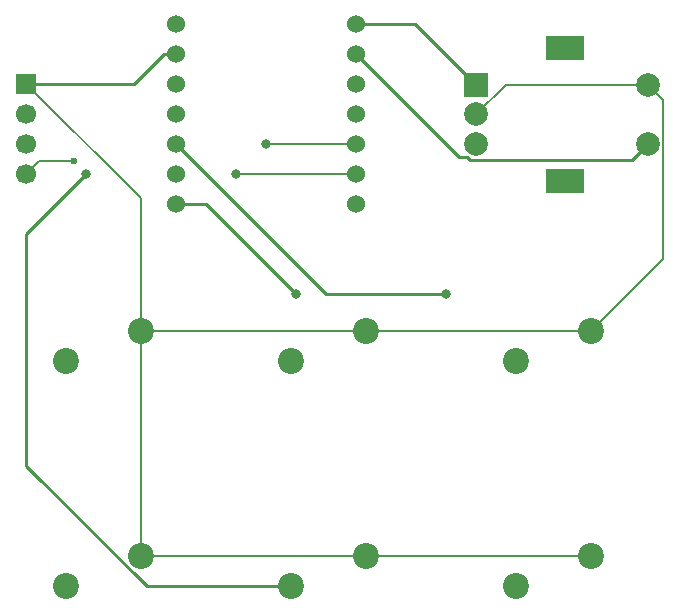
<source format=gtl>
%TF.GenerationSoftware,KiCad,Pcbnew,9.0.6*%
%TF.CreationDate,2025-12-10T10:35:02-08:00*%
%TF.ProjectId,hackpad,6861636b-7061-4642-9e6b-696361645f70,rev?*%
%TF.SameCoordinates,Original*%
%TF.FileFunction,Copper,L1,Top*%
%TF.FilePolarity,Positive*%
%FSLAX46Y46*%
G04 Gerber Fmt 4.6, Leading zero omitted, Abs format (unit mm)*
G04 Created by KiCad (PCBNEW 9.0.6) date 2025-12-10 10:35:02*
%MOMM*%
%LPD*%
G01*
G04 APERTURE LIST*
%TA.AperFunction,ComponentPad*%
%ADD10C,2.200000*%
%TD*%
%TA.AperFunction,ComponentPad*%
%ADD11R,1.700000X1.700000*%
%TD*%
%TA.AperFunction,ComponentPad*%
%ADD12C,1.700000*%
%TD*%
%TA.AperFunction,ComponentPad*%
%ADD13R,2.000000X2.000000*%
%TD*%
%TA.AperFunction,ComponentPad*%
%ADD14C,2.000000*%
%TD*%
%TA.AperFunction,ComponentPad*%
%ADD15R,3.200000X2.000000*%
%TD*%
%TA.AperFunction,ComponentPad*%
%ADD16C,1.524000*%
%TD*%
%TA.AperFunction,ViaPad*%
%ADD17C,0.800000*%
%TD*%
%TA.AperFunction,ViaPad*%
%ADD18C,0.600000*%
%TD*%
%TA.AperFunction,Conductor*%
%ADD19C,0.250000*%
%TD*%
%TA.AperFunction,Conductor*%
%ADD20C,0.200000*%
%TD*%
G04 APERTURE END LIST*
D10*
%TO.P,SW2,1,1*%
%TO.N,Net-(J1-Pin_1)*%
X85883750Y-156845000D03*
%TO.P,SW2,2,2*%
%TO.N,Net-(U1-GPIO0{slash}TX)*%
X79533750Y-159385000D03*
%TD*%
%TO.P,SW6,1,1*%
%TO.N,Net-(J1-Pin_1)*%
X123983750Y-156845000D03*
%TO.P,SW6,2,2*%
%TO.N,Net-(U1-GPIO3{slash}MOSI)*%
X117633750Y-159385000D03*
%TD*%
D11*
%TO.P,J1,1,Pin_1*%
%TO.N,Net-(J1-Pin_1)*%
X76200000Y-116840000D03*
D12*
%TO.P,J1,2,Pin_2*%
%TO.N,Net-(J1-Pin_2)*%
X76200000Y-119380000D03*
%TO.P,J1,3,Pin_3*%
%TO.N,Net-(J1-Pin_3)*%
X76200000Y-121920000D03*
%TO.P,J1,4,Pin_4*%
%TO.N,Net-(J1-Pin_4)*%
X76200000Y-124460000D03*
%TD*%
D10*
%TO.P,SW3,1,1*%
%TO.N,Net-(J1-Pin_1)*%
X104933750Y-137795000D03*
%TO.P,SW3,2,2*%
%TO.N,Net-(U1-GPIO1{slash}RX)*%
X98583750Y-140335000D03*
%TD*%
%TO.P,SW4,1,1*%
%TO.N,Net-(J1-Pin_1)*%
X104933750Y-156845000D03*
%TO.P,SW4,2,2*%
%TO.N,Net-(U1-GPIO2{slash}SCK)*%
X98583750Y-159385000D03*
%TD*%
%TO.P,SW5,1,1*%
%TO.N,Net-(J1-Pin_1)*%
X123983750Y-137795000D03*
%TO.P,SW5,2,2*%
%TO.N,Net-(U1-GPIO4{slash}MISO)*%
X117633750Y-140335000D03*
%TD*%
D13*
%TO.P,SW7,A,A*%
%TO.N,Net-(U1-GPIO26{slash}ADC0{slash}A0)*%
X114300000Y-116920000D03*
D14*
%TO.P,SW7,B,B*%
%TO.N,Net-(U1-GPIO28{slash}ADC2{slash}A2)*%
X114300000Y-121920000D03*
%TO.P,SW7,C,C*%
%TO.N,Net-(J1-Pin_1)*%
X114300000Y-119420000D03*
D15*
%TO.P,SW7,MP*%
%TO.N,N/C*%
X121800000Y-113820000D03*
X121800000Y-125020000D03*
D14*
%TO.P,SW7,S1,S1*%
%TO.N,Net-(U1-GPIO27{slash}ADC1{slash}A1)*%
X128800000Y-121920000D03*
%TO.P,SW7,S2,S2*%
%TO.N,Net-(J1-Pin_1)*%
X128800000Y-116920000D03*
%TD*%
D10*
%TO.P,SW1,1,1*%
%TO.N,Net-(J1-Pin_1)*%
X85883750Y-137795000D03*
%TO.P,SW1,2,2*%
%TO.N,Net-(U1-GPIO29{slash}ADC3{slash}A3)*%
X79533750Y-140335000D03*
%TD*%
D16*
%TO.P,U1,1,GPIO26/ADC0/A0*%
%TO.N,Net-(U1-GPIO26{slash}ADC0{slash}A0)*%
X104140000Y-111760000D03*
%TO.P,U1,2,GPIO27/ADC1/A1*%
%TO.N,Net-(U1-GPIO27{slash}ADC1{slash}A1)*%
X104140000Y-114300000D03*
%TO.P,U1,3,GPIO28/ADC2/A2*%
%TO.N,Net-(U1-GPIO28{slash}ADC2{slash}A2)*%
X104140000Y-116840000D03*
%TO.P,U1,4,GPIO29/ADC3/A3*%
%TO.N,Net-(U1-GPIO29{slash}ADC3{slash}A3)*%
X104140000Y-119380000D03*
%TO.P,U1,5,GPIO6/SDA*%
%TO.N,Net-(J1-Pin_4)*%
X104140000Y-121920000D03*
%TO.P,U1,6,GPIO7/SCL*%
%TO.N,Net-(J1-Pin_3)*%
X104140000Y-124460000D03*
%TO.P,U1,7,GPIO0/TX*%
%TO.N,Net-(U1-GPIO0{slash}TX)*%
X104140000Y-127000000D03*
%TO.P,U1,8,GPIO1/RX*%
%TO.N,Net-(U1-GPIO1{slash}RX)*%
X88900000Y-127000000D03*
%TO.P,U1,9,GPIO2/SCK*%
%TO.N,Net-(U1-GPIO2{slash}SCK)*%
X88900000Y-124460000D03*
%TO.P,U1,10,GPIO4/MISO*%
%TO.N,Net-(U1-GPIO4{slash}MISO)*%
X88900000Y-121920000D03*
%TO.P,U1,11,GPIO3/MOSI*%
%TO.N,Net-(U1-GPIO3{slash}MOSI)*%
X88900000Y-119380000D03*
%TO.P,U1,12,3V3*%
%TO.N,Net-(J1-Pin_2)*%
X88900000Y-116840000D03*
%TO.P,U1,13,GND*%
%TO.N,Net-(J1-Pin_1)*%
X88900000Y-114300000D03*
%TO.P,U1,14,VBUS*%
%TO.N,+5V*%
X88900000Y-111760000D03*
%TD*%
D17*
%TO.N,Net-(U1-GPIO1{slash}RX)*%
X99060000Y-134620000D03*
%TO.N,Net-(U1-GPIO2{slash}SCK)*%
X81280000Y-124460000D03*
%TO.N,Net-(U1-GPIO4{slash}MISO)*%
X111760000Y-134620000D03*
%TO.N,Net-(J1-Pin_4)*%
X96520000Y-121920000D03*
D18*
X80217000Y-123397000D03*
D17*
%TO.N,Net-(J1-Pin_3)*%
X93980000Y-124460000D03*
%TD*%
D19*
%TO.N,Net-(U1-GPIO1{slash}RX)*%
X91440000Y-127000000D02*
X88900000Y-127000000D01*
X99060000Y-134620000D02*
X91440000Y-127000000D01*
%TO.N,Net-(U1-GPIO2{slash}SCK)*%
X86407081Y-159385000D02*
X98583750Y-159385000D01*
X76200000Y-129540000D02*
X76200000Y-149177919D01*
X81280000Y-124460000D02*
X76200000Y-129540000D01*
X76200000Y-149177919D02*
X86407081Y-159385000D01*
%TO.N,Net-(U1-GPIO4{slash}MISO)*%
X101600000Y-134620000D02*
X111760000Y-134620000D01*
X88900000Y-121920000D02*
X101600000Y-134620000D01*
%TO.N,Net-(U1-GPIO27{slash}ADC1{slash}A1)*%
X113750752Y-123246000D02*
X127474000Y-123246000D01*
X104140000Y-114300000D02*
X112840678Y-123000678D01*
X112840678Y-123000678D02*
X113505430Y-123000678D01*
X127474000Y-123246000D02*
X128800000Y-121920000D01*
X113505430Y-123000678D02*
X113750752Y-123246000D01*
%TO.N,Net-(U1-GPIO26{slash}ADC0{slash}A0)*%
X104140000Y-111760000D02*
X109140000Y-111760000D01*
X109140000Y-111760000D02*
X114300000Y-116920000D01*
%TO.N,Net-(J1-Pin_1)*%
X88900000Y-114300000D02*
X87884000Y-114300000D01*
D20*
X123983750Y-137795000D02*
X85883750Y-137795000D01*
X116800000Y-116920000D02*
X114300000Y-119420000D01*
X130101000Y-131677750D02*
X123983750Y-137795000D01*
X85883750Y-137795000D02*
X85883750Y-156845000D01*
X88900000Y-114300000D02*
X88286374Y-114300000D01*
X128800000Y-116920000D02*
X116800000Y-116920000D01*
X85883750Y-156845000D02*
X123983750Y-156845000D01*
D19*
X87884000Y-114300000D02*
X85344000Y-116840000D01*
D20*
X85883750Y-126523750D02*
X76200000Y-116840000D01*
X128800000Y-116920000D02*
X130101000Y-118221000D01*
X130101000Y-118221000D02*
X130101000Y-131677750D01*
X85883750Y-137795000D02*
X85883750Y-126523750D01*
D19*
X85344000Y-116840000D02*
X76200000Y-116840000D01*
D20*
%TO.N,Net-(J1-Pin_4)*%
X77263000Y-123397000D02*
X80217000Y-123397000D01*
X76200000Y-124460000D02*
X77263000Y-123397000D01*
X96520000Y-121920000D02*
X104140000Y-121920000D01*
%TO.N,Net-(J1-Pin_3)*%
X93980000Y-124460000D02*
X104140000Y-124460000D01*
%TD*%
M02*

</source>
